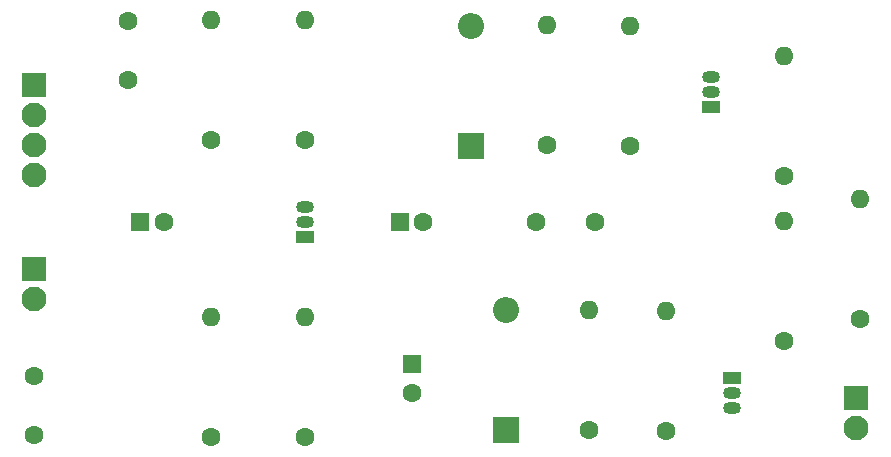
<source format=gbr>
%TF.GenerationSoftware,KiCad,Pcbnew,7.0.11-7.0.11~ubuntu20.04.1*%
%TF.CreationDate,2024-05-02T12:54:14-04:00*%
%TF.ProjectId,AudioAmpEELv2,41756469-6f41-46d7-9045-454c76322e6b,rev?*%
%TF.SameCoordinates,Original*%
%TF.FileFunction,Soldermask,Bot*%
%TF.FilePolarity,Negative*%
%FSLAX46Y46*%
G04 Gerber Fmt 4.6, Leading zero omitted, Abs format (unit mm)*
G04 Created by KiCad (PCBNEW 7.0.11-7.0.11~ubuntu20.04.1) date 2024-05-02 12:54:14*
%MOMM*%
%LPD*%
G01*
G04 APERTURE LIST*
%ADD10R,1.600000X1.600000*%
%ADD11C,1.600000*%
%ADD12O,1.600000X1.600000*%
%ADD13R,2.200000X2.200000*%
%ADD14O,2.200000X2.200000*%
%ADD15R,2.100000X2.100000*%
%ADD16C,2.100000*%
%ADD17R,1.500000X1.050000*%
%ADD18O,1.500000X1.050000*%
G04 APERTURE END LIST*
D10*
%TO.C,C2*%
X140000000Y-93000000D03*
D11*
X142000000Y-93000000D03*
%TD*%
%TO.C,R3a1*%
X152500000Y-86500000D03*
D12*
X152500000Y-76340000D03*
%TD*%
D13*
%TO.C,D2*%
X149000000Y-110580000D03*
D14*
X149000000Y-100420000D03*
%TD*%
D15*
%TO.C,J3*%
X109000000Y-81380000D03*
D16*
X109000000Y-83920000D03*
X109000000Y-86460000D03*
X109000000Y-89000000D03*
%TD*%
D11*
%TO.C,RLoad1*%
X179000000Y-101160000D03*
D12*
X179000000Y-91000000D03*
%TD*%
D11*
%TO.C,R4a1*%
X156000000Y-110580000D03*
D12*
X156000000Y-100420000D03*
%TD*%
D11*
%TO.C,C6*%
X109000000Y-111000000D03*
X109000000Y-106000000D03*
%TD*%
D15*
%TO.C,J1*%
X109000000Y-96960000D03*
D16*
X109000000Y-99500000D03*
%TD*%
D11*
%TO.C,R4b1*%
X162500000Y-110660000D03*
D12*
X162500000Y-100500000D03*
%TD*%
D17*
%TO.C,Q3*%
X168140000Y-106230000D03*
D18*
X168140000Y-107500000D03*
X168140000Y-108770000D03*
%TD*%
D17*
%TO.C,Q2*%
X166360000Y-83270000D03*
D18*
X166360000Y-82000000D03*
X166360000Y-80730000D03*
%TD*%
D17*
%TO.C,Q1*%
X132000000Y-94270000D03*
D18*
X132000000Y-93000000D03*
X132000000Y-91730000D03*
%TD*%
D11*
%TO.C,R3b1*%
X159500000Y-86580000D03*
D12*
X159500000Y-76420000D03*
%TD*%
D10*
%TO.C,C1*%
X118000000Y-93000000D03*
D11*
X120000000Y-93000000D03*
%TD*%
%TO.C,R5*%
X172500000Y-103080000D03*
D12*
X172500000Y-92920000D03*
%TD*%
D11*
%TO.C,Rc1*%
X132000000Y-86080000D03*
D12*
X132000000Y-75920000D03*
%TD*%
D11*
%TO.C,C5*%
X151500000Y-93000000D03*
X156500000Y-93000000D03*
%TD*%
%TO.C,C4*%
X117000000Y-81000000D03*
X117000000Y-76000000D03*
%TD*%
D15*
%TO.C,J2*%
X178640000Y-107890000D03*
D16*
X178640000Y-110430000D03*
%TD*%
D11*
%TO.C,R6*%
X172500000Y-89080000D03*
D12*
X172500000Y-78920000D03*
%TD*%
D13*
%TO.C,D1*%
X146000000Y-86580000D03*
D14*
X146000000Y-76420000D03*
%TD*%
D11*
%TO.C,R1*%
X124000000Y-86080000D03*
D12*
X124000000Y-75920000D03*
%TD*%
D11*
%TO.C,Re1*%
X132000000Y-111160000D03*
D12*
X132000000Y-101000000D03*
%TD*%
D10*
%TO.C,C3*%
X141000000Y-105000000D03*
D11*
X141000000Y-107500000D03*
%TD*%
%TO.C,R2*%
X124000000Y-111160000D03*
D12*
X124000000Y-101000000D03*
%TD*%
M02*

</source>
